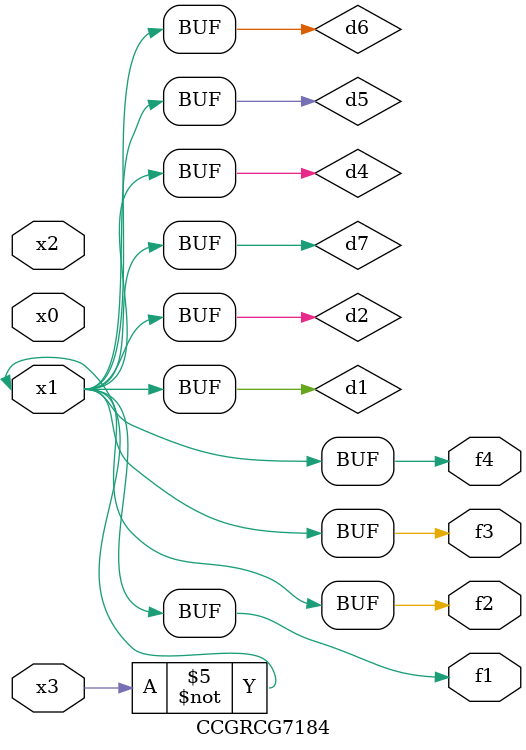
<source format=v>
module CCGRCG7184(
	input x0, x1, x2, x3,
	output f1, f2, f3, f4
);

	wire d1, d2, d3, d4, d5, d6, d7;

	not (d1, x3);
	buf (d2, x1);
	xnor (d3, d1, d2);
	nor (d4, d1);
	buf (d5, d1, d2);
	buf (d6, d4, d5);
	nand (d7, d4);
	assign f1 = d6;
	assign f2 = d7;
	assign f3 = d6;
	assign f4 = d6;
endmodule

</source>
